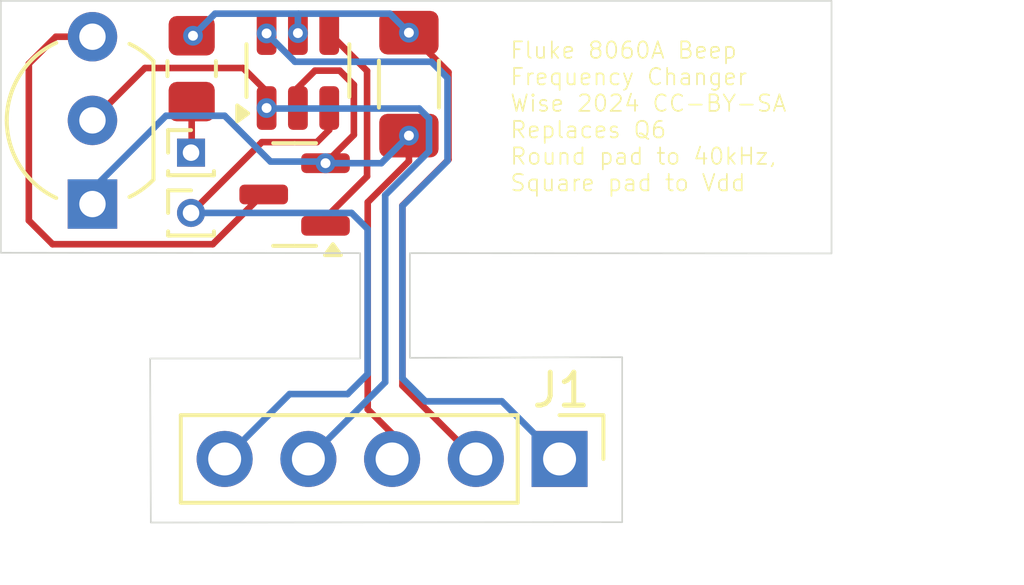
<source format=kicad_pcb>
(kicad_pcb (version 20240108) (generator "pcbnew") (generator_version "8.0")
  (layers (0 "F.Cu" signal) (31 "B.Cu" signal) (34 "B.Paste" user) (35 "F.Paste" user) (36 "B.SilkS" user "B.Silkscreen") (37 "F.SilkS" user "F.Silkscreen") (38 "B.Mask" user) (39 "F.Mask" user) (44 "Edge.Cuts" user))
  (net 0 "")
  (net 1 "GND")
  (net 2 "Net-(J1-VDD)")
  (net 3 "Net-(J1-PGC{slash}ICSPCLK)")
  (net 4 "/TONE")
  (net 5 "Net-(J1-~{MCLR}{slash}VPP)")
  (net 6 "Net-(J2-Pin_1)")
  (net 7 "/TO-LS1")
  (net 8 "Net-(Q1-G)")
  (footprint "Capacitor_SMD:C_1206_3216Metric_Pad1.33x1.80mm_HandSolder" (layer "F.Cu") (at 62.64 95.21 -90)
    (property "Reference" "C1" (hide yes))
    (property "Value" "1u" (hide yes))
    (fp_line (start -0.711252 0.91) (end 0.711252 0.91) (stroke (width 0.12)) (layer "F.SilkS"))
    (fp_line (start -0.711252 -0.91) (end 0.711252 -0.91) (stroke (width 0.12)) (layer "F.SilkS"))
    (pad "1" smd roundrect (at -1.5625 0 270) (size 1.325 1.8) (layers "F.Cu" "F.Paste" "F.Mask") (roundrect_rratio 0.188679) (net 2 "Net-(J1-VDD)"))
    (pad "2" smd roundrect (at 1.5625 0 270) (size 1.325 1.8) (layers "F.Cu" "F.Paste" "F.Mask") (roundrect_rratio 0.188679) (net 1 "GND"))
  )
  (footprint "Package_TO_SOT_SMD:SOT-23" (layer "F.Cu") (at 59.1725 98.56 180)
    (property "Reference" "Q1" (hide yes))
    (property "Value" "2N7002" (hide yes))
    (fp_line (start 0 1.56) (end 0.65 1.56) (stroke (width 0.12)) (layer "F.SilkS"))
    (fp_line (start 0 1.56) (end -0.65 1.56) (stroke (width 0.12)) (layer "F.SilkS"))
    (fp_line (start 0 -1.56) (end 0.65 -1.56) (stroke (width 0.12)) (layer "F.SilkS"))
    (fp_line (start 0 -1.56) (end -0.65 -1.56) (stroke (width 0.12)) (layer "F.SilkS"))
    (fp_poly (pts (xy -1.1625 -1.51) (xy -1.4025 -1.84) (xy -0.9225 -1.84) (xy -1.1625 -1.51)) (stroke (width 0.12)) (fill solid) (layer "F.SilkS"))
    (pad "1" smd roundrect (at -0.9375 -0.95 180) (size 1.475 0.6) (layers "F.Cu" "F.Paste" "F.Mask") (net 8 "Net-(Q1-G)"))
    (pad "2" smd roundrect (at -0.9375 0.95 180) (size 1.475 0.6) (layers "F.Cu" "F.Paste" "F.Mask") (net 1 "GND"))
    (pad "3" smd roundrect (at 0.9375 0 180) (size 1.475 0.6) (layers "F.Cu" "F.Paste" "F.Mask") (net 7 "/TO-LS1"))
  )
  (footprint "Package_TO_SOT_SMD:SOT-23-6" (layer "F.Cu") (at 59.2725 94.7975 90)
    (property "Reference" "U1" (hide yes))
    (property "Value" "PIC10F320-IOT" (hide yes))
    (fp_line (start 0 -1.56) (end 0.8 -1.56) (stroke (width 0.12)) (layer "F.SilkS"))
    (fp_line (start 0 -1.56) (end -0.8 -1.56) (stroke (width 0.12)) (layer "F.SilkS"))
    (fp_line (start 0 1.56) (end 0.8 1.56) (stroke (width 0.12)) (layer "F.SilkS"))
    (fp_line (start 0 1.56) (end -0.8 1.56) (stroke (width 0.12)) (layer "F.SilkS"))
    (fp_poly (pts (xy -1.3 -1.51) (xy -1.54 -1.84) (xy -1.06 -1.84) (xy -1.3 -1.51)) (stroke (width 0.12)) (fill solid) (layer "F.SilkS"))
    (pad "1" smd roundrect (at -1.1375 -0.95 90) (size 1.325 0.6) (layers "F.Cu" "F.Paste" "F.Mask") (net 4 "/TONE"))
    (pad "2" smd roundrect (at -1.1375 0 90) (size 1.325 0.6) (layers "F.Cu" "F.Paste" "F.Mask") (net 1 "GND"))
    (pad "3" smd roundrect (at -1.1375 0.95 90) (size 1.325 0.6) (layers "F.Cu" "F.Paste" "F.Mask") (net 3 "Net-(J1-PGC{slash}ICSPCLK)"))
    (pad "4" smd roundrect (at 1.1375 0.95 90) (size 1.325 0.6) (layers "F.Cu" "F.Paste" "F.Mask") (net 8 "Net-(Q1-G)"))
    (pad "5" smd roundrect (at 1.1375 0 90) (size 1.325 0.6) (layers "F.Cu" "F.Paste" "F.Mask") (net 2 "Net-(J1-VDD)"))
    (pad "6" smd roundrect (at 1.1375 -0.95 90) (size 1.325 0.6) (layers "F.Cu" "F.Paste" "F.Mask") (net 5 "Net-(J1-~{MCLR}{slash}VPP)"))
  )
  (footprint "Connector_PinHeader_2.54mm:PinHeader_1x05_P2.54mm_Vertical" (layer "F.Cu") (at 67.21 106.59 -90)
    (property "Reference" "J1" (at -2.09 -0.05 180) (layer "F.SilkS"))
    (property "Value" "PinHeader_1x05_P2.54mm_Vertical")
    (fp_line (start -1.33 11.49) (end 1.33 11.49) (stroke (width 0.12)) (layer "F.SilkS"))
    (fp_line (start -1.33 1.27) (end -1.33 11.49) (stroke (width 0.12)) (layer "F.SilkS"))
    (fp_line (start -1.33 1.27) (end 1.33 1.27) (stroke (width 0.12)) (layer "F.SilkS"))
    (fp_line (start 1.33 1.27) (end 1.33 11.49) (stroke (width 0.12)) (layer "F.SilkS"))
    (fp_line (start -1.33 0) (end -1.33 -1.33) (stroke (width 0.12)) (layer "F.SilkS"))
    (fp_line (start -1.33 -1.33) (end 0 -1.33) (stroke (width 0.12)) (layer "F.SilkS"))
    (pad "1" thru_hole rect (at 0 0 270) (size 1.7 1.7) (drill 1) (layers "*.Cu" "*.Mask") (net 5 "Net-(J1-~{MCLR}{slash}VPP)"))
    (pad "2" thru_hole oval (at 0 2.54 270) (size 1.7 1.7) (drill 1) (layers "*.Cu" "*.Mask") (net 2 "Net-(J1-VDD)"))
    (pad "3" thru_hole oval (at 0 5.08 270) (size 1.7 1.7) (drill 1) (layers "*.Cu" "*.Mask") (net 1 "GND"))
    (pad "4" thru_hole oval (at 0 7.62 270) (size 1.7 1.7) (drill 1) (layers "*.Cu" "*.Mask") (net 4 "/TONE"))
    (pad "5" thru_hole oval (at 0 10.16 270) (size 1.7 1.7) (drill 1) (layers "*.Cu" "*.Mask") (net 3 "Net-(J1-PGC{slash}ICSPCLK)"))
  )
  (footprint "Connector_PinHeader_1.00mm:PinHeader_1x01_P1.00mm_Vertical" (layer "F.Cu") (at 56.03 97.29)
    (property "Reference" "J2" (hide yes))
    (property "Value" "Conn_01x01_Pin" (hide yes))
    (fp_line (start -0.695 -0.685) (end 0 -0.685) (stroke (width 0.12)) (layer "F.SilkS"))
    (fp_line (start -0.695 0) (end -0.695 -0.685) (stroke (width 0.12)) (layer "F.SilkS"))
    (fp_line (start -0.695 0.685) (end -0.695 0.56) (stroke (width 0.12)) (layer "F.SilkS"))
    (fp_line (start -0.695 0.685) (end -0.608276 0.685) (stroke (width 0.12)) (layer "F.SilkS"))
    (fp_line (start -0.695 0.685) (end 0.695 0.685) (stroke (width 0.12)) (layer "F.SilkS"))
    (fp_line (start 0.608276 0.685) (end 0.695 0.685) (stroke (width 0.12)) (layer "F.SilkS"))
    (fp_line (start 0.695 0.685) (end 0.695 0.56) (stroke (width 0.12)) (layer "F.SilkS"))
    (pad "1" thru_hole rect (at 0 0) (size 0.85 0.85) (drill 0.5) (layers "*.Cu" "*.Mask") (net 6 "Net-(J2-Pin_1)"))
  )
  (footprint "Package_TO_SOT_THT:TO-92_Inline_Wide" (layer "F.Cu") (at 53.04 98.85 90)
    (property "Reference" "Q2" (hide yes))
    (property "Value" "2N3904" (hide yes))
    (fp_line (start 0.74 1.85) (end 4.34 1.85) (stroke (width 0.12)) (layer "F.SilkS"))
    (fp_arc (start 2.54 -2.6) (mid 3.936979 -2.192818) (end 4.8964 -1.098807) (stroke (width 0.12)) (layer "F.SilkS"))
    (fp_arc (start 0.1836 -1.098807) (mid 1.143021 -2.192817) (end 2.54 -2.6) (stroke (width 0.12)) (layer "F.SilkS"))
    (fp_arc (start 4.864184 1.122795) (mid 4.633903 1.509328) (end 4.34 1.85) (stroke (width 0.12)) (layer "F.SilkS"))
    (fp_arc (start 0.74 1.85) (mid 0.446097 1.509328) (end 0.215816 1.122795) (stroke (width 0.12)) (layer "F.SilkS"))
    (pad "1" thru_hole rect (at 0 0 90) (size 1.5 1.5) (drill 0.8) (layers "*.Cu" "*.Mask") (net 1 "GND"))
    (pad "2" thru_hole circle (at 2.54 0 90) (size 1.5 1.5) (drill 0.8) (layers "*.Cu" "*.Mask") (net 4 "/TONE"))
    (pad "3" thru_hole circle (at 5.08 0 90) (size 1.5 1.5) (drill 0.8) (layers "*.Cu" "*.Mask") (net 7 "/TO-LS1"))
  )
  (footprint "Resistor_SMD:R_0805_2012Metric_Pad1.20x1.40mm_HandSolder" (layer "F.Cu") (at 56.05 94.74 90)
    (property "Reference" "R1" (hide yes))
    (property "Value" "470" (hide yes))
    (fp_line (start -0.227064 -0.735) (end 0.227064 -0.735) (stroke (width 0.12)) (layer "F.SilkS"))
    (fp_line (start -0.227064 0.735) (end 0.227064 0.735) (stroke (width 0.12)) (layer "F.SilkS"))
    (pad "1" smd roundrect (at -1 0 90) (size 1.2 1.4) (layers "F.Cu" "F.Paste" "F.Mask") (roundrect_rratio 0.208333) (net 6 "Net-(J2-Pin_1)"))
    (pad "2" smd roundrect (at 1 0 90) (size 1.2 1.4) (layers "F.Cu" "F.Paste" "F.Mask") (roundrect_rratio 0.208333) (net 2 "Net-(J1-VDD)"))
  )
  (footprint "Connector_PinHeader_1.00mm:PinHeader_1x01_P1.00mm_Vertical" (layer "F.Cu") (at 56.03 99.12)
    (property "Reference" "J3" (hide yes))
    (property "Value" "Conn_01x01_Pin" (hide yes))
    (fp_line (start -0.695 -0.685) (end 0 -0.685) (stroke (width 0.12)) (layer "F.SilkS"))
    (fp_line (start -0.695 0) (end -0.695 -0.685) (stroke (width 0.12)) (layer "F.SilkS"))
    (fp_line (start -0.695 0.685) (end -0.695 0.56) (stroke (width 0.12)) (layer "F.SilkS"))
    (fp_line (start -0.695 0.685) (end -0.608276 0.685) (stroke (width 0.12)) (layer "F.SilkS"))
    (fp_line (start -0.695 0.685) (end 0.695 0.685) (stroke (width 0.12)) (layer "F.SilkS"))
    (fp_line (start 0.608276 0.685) (end 0.695 0.685) (stroke (width 0.12)) (layer "F.SilkS"))
    (fp_line (start 0.695 0.685) (end 0.695 0.56) (stroke (width 0.12)) (layer "F.SilkS"))
    (pad "1" thru_hole circle (at 0 0) (size 0.85 0.85) (drill 0.5) (layers "*.Cu" "*.Mask") (net 3 "Net-(J1-PGC{slash}ICSPCLK)"))
  )
  (gr_poly (pts (xy 50.26 92.68) (xy 75.46 92.68) (xy 75.46 100.35) (xy 62.67 100.34) (xy 62.67 103.52) (xy 69.11 103.5) (xy 69.11 108.51) (xy 54.81 108.52) (xy 54.79 103.54) (xy 61.16 103.54) (xy 61.16 100.34) (xy 50.26 100.33)) (stroke (width 0.05)) (fill none) (layer "Edge.Cuts"))
  (gr_text "Fluke 8060A Beep\nFrequency Changer\nWise 2024 CC-BY-SA\nReplaces Q6\nRound pad to 40kHz,\nSquare pad to Vdd" (at 65.68 98.5 0) (layer "F.SilkS") (effects (font (size 0.5 0.5) (thickness 0.05)) (justify left bottom)))
  (segment (start 60.54 94.8) (end 60.97 95.23) (width 0.2) (layer "F.Cu") (net 1))
  (segment (start 62.13 105.82) (end 62.13 106.59) (width 0.2) (layer "F.Cu") (net 1))
  (segment (start 60.97 96.75) (end 60.11 97.61) (width 0.2) (layer "F.Cu") (net 1))
  (segment (start 59.2725 95.3175) (end 59.79 94.8) (width 0.2) (layer "F.Cu") (net 1))
  (segment (start 62.64 97.545686) (end 61.39 98.795686) (width 0.2) (layer "F.Cu") (net 1))
  (segment (start 60.97 95.23) (end 60.97 96.75) (width 0.2) (layer "F.Cu") (net 1))
  (segment (start 62.64 96.7725) (end 62.64 97.545686) (width 0.2) (layer "F.Cu") (net 1))
  (segment (start 59.79 94.8) (end 60.54 94.8) (width 0.2) (layer "F.Cu") (net 1))
  (segment (start 61.39 105.08) (end 62.13 105.82) (width 0.2) (layer "F.Cu") (net 1))
  (segment (start 61.39 98.795686) (end 61.39 105.08) (width 0.2) (layer "F.Cu") (net 1))
  (segment (start 62.689999 96.9025) (end 62.99 96.602499) (width 0.2) (layer "F.Cu") (net 1))
  (segment (start 59.2725 95.935) (end 59.2725 95.3175) (width 0.2) (layer "F.Cu") (net 1))
  (via (at 62.64 96.7725) (size 0.6) (drill 0.3) (layers "F.Cu" "B.Cu") (net 1))
  (via (at 60.11 97.61) (size 0.6) (drill 0.3) (layers "F.Cu" "B.Cu") (net 1))
  (segment (start 61.8025 97.61) (end 60.11 97.61) (width 0.2) (layer "B.Cu") (net 1))
  (segment (start 58.44 97.56) (end 60.06 97.56) (width 0.2) (layer "B.Cu") (net 1))
  (segment (start 60.06 97.56) (end 60.11 97.61) (width 0.2) (layer "B.Cu") (net 1))
  (segment (start 62.64 96.7725) (end 61.8025 97.61) (width 0.2) (layer "B.Cu") (net 1))
  (segment (start 57.05 96.17) (end 58.44 97.56) (width 0.2) (layer "B.Cu") (net 1))
  (segment (start 53.04 98.85) (end 53.04 98.4) (width 0.2) (layer "B.Cu") (net 1))
  (segment (start 53.04 98.85) (end 53.04 98.48) (width 0.2) (layer "B.Cu") (net 1))
  (segment (start 55.27 96.17) (end 57.05 96.17) (width 0.2) (layer "B.Cu") (net 1))
  (segment (start 53.04 98.4) (end 55.27 96.17) (width 0.2) (layer "B.Cu") (net 1))
  (segment (start 62.443 98.897) (end 62.443 104.363) (width 0.2) (layer "F.Cu") (net 2))
  (segment (start 56.05 93.78) (end 56.09 93.74) (width 0.2) (layer "F.Cu") (net 2))
  (segment (start 62.64 93.6475) (end 63.84 94.8475) (width 0.2) (layer "F.Cu") (net 2))
  (segment (start 63.84 94.8475) (end 63.84 97.5) (width 0.2) (layer "F.Cu") (net 2))
  (segment (start 62.443 104.363) (end 64.67 106.59) (width 0.2) (layer "F.Cu") (net 2))
  (segment (start 64.605 106.025) (end 65.145 106.565) (width 0.2) (layer "F.Cu") (net 2))
  (segment (start 63.84 97.5) (end 62.443 98.897) (width 0.2) (layer "F.Cu") (net 2))
  (via (at 56.09 93.74) (size 0.6) (drill 0.3) (layers "F.Cu" "B.Cu") (net 2))
  (via (at 62.64 93.6475) (size 0.6) (drill 0.3) (layers "F.Cu" "B.Cu") (net 2))
  (via (at 59.2725 93.66) (size 0.6) (drill 0.3) (layers "F.Cu" "B.Cu") (net 2))
  (segment (start 59.2725 93.66) (end 59.2725 93.0875) (width 0.2) (layer "B.Cu") (net 2))
  (segment (start 62.0625 93.07) (end 62.64 93.6475) (width 0.2) (layer "B.Cu") (net 2))
  (segment (start 56.76 93.07) (end 59.29 93.07) (width 0.2) (layer "B.Cu") (net 2))
  (segment (start 59.29 93.07) (end 62.0625 93.07) (width 0.2) (layer "B.Cu") (net 2))
  (segment (start 59.2725 93.0875) (end 59.29 93.07) (width 0.2) (layer "B.Cu") (net 2))
  (segment (start 56.09 93.74) (end 56.76 93.07) (width 0.2) (layer "B.Cu") (net 2))
  (segment (start 60.2225 96.597499) (end 60.2225 95.935) (width 0.2) (layer "F.Cu") (net 3))
  (segment (start 59.849999 96.97) (end 60.2225 96.597499) (width 0.2) (layer "F.Cu") (net 3))
  (segment (start 58.18 96.97) (end 59.849999 96.97) (width 0.2) (layer "F.Cu") (net 3))
  (segment (start 56.03 99.12) (end 58.18 96.97) (width 0.2) (layer "F.Cu") (net 3))
  (segment (start 60.78 104.62) (end 59.02 104.62) (width 0.2) (layer "B.Cu") (net 3))
  (segment (start 61.387 99.607) (end 61.387 104.013) (width 0.2) (layer "B.Cu") (net 3))
  (segment (start 61.387 104.013) (end 60.78 104.62) (width 0.2) (layer "B.Cu") (net 3))
  (segment (start 59.02 104.62) (end 57.05 106.59) (width 0.2) (layer "B.Cu") (net 3))
  (segment (start 56.03 99.12) (end 60.9 99.12) (width 0.2) (layer "B.Cu") (net 3))
  (segment (start 60.9 99.12) (end 61.387 99.607) (width 0.2) (layer "B.Cu") (net 3))
  (segment (start 54.63 94.72) (end 53.04 96.31) (width 0.2) (layer "F.Cu") (net 4))
  (segment (start 57.61 94.72) (end 54.63 94.72) (width 0.2) (layer "F.Cu") (net 4))
  (segment (start 58.3225 95.4325) (end 57.61 94.72) (width 0.2) (layer "F.Cu") (net 4))
  (segment (start 58.3225 95.935) (end 58.3225 95.4325) (width 0.2) (layer "F.Cu") (net 4))
  (via (at 58.3225 95.935) (size 0.6) (drill 0.3) (layers "F.Cu" "B.Cu") (net 4))
  (segment (start 61.92 98.58) (end 61.92 104.26) (width 0.2) (layer "B.Cu") (net 4))
  (segment (start 63.25 96.25) (end 63.25 97.25) (width 0.2) (layer "B.Cu") (net 4))
  (segment (start 63.25 97.25) (end 61.92 98.58) (width 0.2) (layer "B.Cu") (net 4))
  (segment (start 62.95 95.95) (end 63.25 96.25) (width 0.2) (layer "B.Cu") (net 4))
  (segment (start 58.3225 95.935) (end 58.3375 95.95) (width 0.2) (layer "B.Cu") (net 4))
  (segment (start 61.92 104.26) (end 59.59 106.59) (width 0.2) (layer "B.Cu") (net 4))
  (segment (start 58.3375 95.95) (end 62.95 95.95) (width 0.2) (layer "B.Cu") (net 4))
  (segment (start 58.3225 93.67) (end 58.3225 93.66) (width 0.2) (layer "F.Cu") (net 5))
  (via (at 58.3225 93.67) (size 0.6) (drill 0.3) (layers "F.Cu" "B.Cu") (net 5))
  (segment (start 63.14 104.84) (end 65.46 104.84) (width 0.2) (layer "B.Cu") (net 5))
  (segment (start 65.46 104.84) (end 67.21 106.59) (width 0.2) (layer "B.Cu") (net 5))
  (segment (start 63.81 95.02) (end 63.81 97.54) (width 0.2) (layer "B.Cu") (net 5))
  (segment (start 62.443 98.907) (end 62.443 104.143) (width 0.2) (layer "B.Cu") (net 5))
  (segment (start 59.1825 94.53) (end 63.32 94.53) (width 0.2) (layer "B.Cu") (net 5))
  (segment (start 58.3225 93.67) (end 59.1825 94.53) (width 0.2) (layer "B.Cu") (net 5))
  (segment (start 63.81 97.54) (end 62.443 98.907) (width 0.2) (layer "B.Cu") (net 5))
  (segment (start 62.443 104.143) (end 63.14 104.84) (width 0.2) (layer "B.Cu") (net 5))
  (segment (start 63.32 94.53) (end 63.81 95.02) (width 0.2) (layer "B.Cu") (net 5))
  (segment (start 56.05 95.74) (end 56.05 97.27) (width 0.2) (layer "F.Cu") (net 6))
  (segment (start 56.05 97.27) (end 56.03 97.29) (width 0.2) (layer "F.Cu") (net 6))
  (segment (start 51.11 94.59) (end 51.11 99.35) (width 0.2) (layer "F.Cu") (net 7))
  (segment (start 53.04 93.77) (end 51.93 93.77) (width 0.2) (layer "F.Cu") (net 7))
  (segment (start 51.83 100.07) (end 56.69 100.07) (width 0.2) (layer "F.Cu") (net 7))
  (segment (start 51.93 93.77) (end 51.11 94.59) (width 0.2) (layer "F.Cu") (net 7))
  (segment (start 51.11 99.35) (end 51.83 100.07) (width 0.2) (layer "F.Cu") (net 7))
  (segment (start 56.69 100.07) (end 58.2 98.56) (width 0.2) (layer "F.Cu") (net 7))
  (segment (start 58.2 98.56) (end 58.235 98.56) (width 0.2) (layer "F.Cu") (net 7))
  (segment (start 61.37 94.8075) (end 60.2225 93.66) (width 0.2) (layer "F.Cu") (net 8))
  (segment (start 60.11 99.27) (end 61.37 98.01) (width 0.2) (layer "F.Cu") (net 8))
  (segment (start 60.11 99.51) (end 60.11 99.27) (width 0.2) (layer "F.Cu") (net 8))
  (segment (start 61.37 98.01) (end 61.37 94.8075) (width 0.2) (layer "F.Cu") (net 8))
)
</source>
